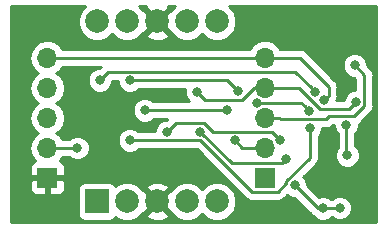
<source format=gbr>
G04 #@! TF.GenerationSoftware,KiCad,Pcbnew,(5.0.2)-1*
G04 #@! TF.CreationDate,2019-05-13T14:34:42-07:00*
G04 #@! TF.ProjectId,7_segment_display,375f7365-676d-4656-9e74-5f646973706c,rev?*
G04 #@! TF.SameCoordinates,Original*
G04 #@! TF.FileFunction,Copper,L1,Top*
G04 #@! TF.FilePolarity,Positive*
%FSLAX46Y46*%
G04 Gerber Fmt 4.6, Leading zero omitted, Abs format (unit mm)*
G04 Created by KiCad (PCBNEW (5.0.2)-1) date 5/13/2019 2:34:42 PM*
%MOMM*%
%LPD*%
G01*
G04 APERTURE LIST*
G04 #@! TA.AperFunction,ComponentPad*
%ADD10O,1.700000X1.700000*%
G04 #@! TD*
G04 #@! TA.AperFunction,ComponentPad*
%ADD11R,1.700000X1.700000*%
G04 #@! TD*
G04 #@! TA.AperFunction,ComponentPad*
%ADD12C,2.000000*%
G04 #@! TD*
G04 #@! TA.AperFunction,ComponentPad*
%ADD13R,2.000000X2.000000*%
G04 #@! TD*
G04 #@! TA.AperFunction,ViaPad*
%ADD14C,0.800000*%
G04 #@! TD*
G04 #@! TA.AperFunction,Conductor*
%ADD15C,0.250000*%
G04 #@! TD*
G04 #@! TA.AperFunction,Conductor*
%ADD16C,0.254000*%
G04 #@! TD*
G04 APERTURE END LIST*
D10*
G04 #@! TO.P,J1,5*
G04 #@! TO.N,/RCLK*
X12065000Y-5080000D03*
G04 #@! TO.P,J1,4*
G04 #@! TO.N,/SRCLK*
X12065000Y-7620000D03*
G04 #@! TO.P,J1,3*
G04 #@! TO.N,/SER_IN*
X12065000Y-10160000D03*
G04 #@! TO.P,J1,2*
G04 #@! TO.N,GND*
X12065000Y-12700000D03*
D11*
G04 #@! TO.P,J1,1*
G04 #@! TO.N,+3V3*
X12065000Y-15240000D03*
G04 #@! TD*
D10*
G04 #@! TO.P,J2,5*
G04 #@! TO.N,/RCLK*
X30480000Y-5080000D03*
G04 #@! TO.P,J2,4*
G04 #@! TO.N,/SRCLK*
X30480000Y-7620000D03*
G04 #@! TO.P,J2,3*
G04 #@! TO.N,/SER_OUT*
X30480000Y-10160000D03*
G04 #@! TO.P,J2,2*
G04 #@! TO.N,GND*
X30480000Y-12700000D03*
D11*
G04 #@! TO.P,J2,1*
G04 #@! TO.N,+3V3*
X30480000Y-15240000D03*
G04 #@! TD*
D12*
G04 #@! TO.P,U2,10*
G04 #@! TO.N,Net-(R9-Pad1)*
X16285001Y-1995001D03*
G04 #@! TO.P,U2,9*
G04 #@! TO.N,Net-(R8-Pad1)*
X18825001Y-1995001D03*
G04 #@! TO.P,U2,8*
G04 #@! TO.N,+3V3*
X21365001Y-1995001D03*
G04 #@! TO.P,U2,7*
G04 #@! TO.N,Net-(R3-Pad1)*
X23905001Y-1995001D03*
G04 #@! TO.P,U2,6*
G04 #@! TO.N,Net-(R4-Pad1)*
X26445001Y-1995001D03*
G04 #@! TO.P,U2,5*
G04 #@! TO.N,Net-(R10-Pad1)*
X26445001Y-17235001D03*
G04 #@! TO.P,U2,4*
G04 #@! TO.N,Net-(R5-Pad1)*
X23905001Y-17235001D03*
G04 #@! TO.P,U2,3*
G04 #@! TO.N,+3V3*
X21365001Y-17235001D03*
G04 #@! TO.P,U2,2*
G04 #@! TO.N,Net-(R6-Pad1)*
X18825001Y-17235001D03*
D13*
G04 #@! TO.P,U2,1*
G04 #@! TO.N,Net-(R7-Pad1)*
X16285001Y-17235001D03*
G04 #@! TD*
D14*
G04 #@! TO.N,+3V3*
X39370000Y-16510000D03*
X30480000Y-17780000D03*
X32385000Y-1905000D03*
G04 #@! TO.N,GND*
X27940000Y-12065000D03*
X33020000Y-15875000D03*
X35379988Y-17822184D03*
X36830000Y-17780000D03*
X27305000Y-9525000D03*
X20320000Y-9525000D03*
X14605000Y-12700000D03*
G04 #@! TO.N,/SRCLK*
X24765000Y-7985013D03*
X38190010Y-8794990D03*
G04 #@! TO.N,/RCLK*
X35469990Y-8680069D03*
G04 #@! TO.N,/SER_OUT*
X38100000Y-5715000D03*
G04 #@! TO.N,/7SEG_A*
X37392239Y-10726468D03*
X37465000Y-13335000D03*
G04 #@! TO.N,/7SEG_C*
X24992154Y-11339990D03*
X32302378Y-13617180D03*
G04 #@! TO.N,/7SEG_D*
X22217859Y-11339990D03*
X31776921Y-12051540D03*
G04 #@! TO.N,/7SEG_E*
X19050000Y-12065000D03*
X34289569Y-11013311D03*
G04 #@! TO.N,/7SEG_F*
X19050000Y-6985000D03*
X29780283Y-8890001D03*
X34254898Y-9563300D03*
X28225846Y-7893154D03*
G04 #@! TO.N,/7SEG_G*
X16510000Y-6985000D03*
X34764589Y-7971245D03*
G04 #@! TD*
D15*
G04 #@! TO.N,GND*
X28575000Y-12700000D02*
X30480000Y-12700000D01*
X27940000Y-12065000D02*
X28575000Y-12700000D01*
X33020000Y-15875000D02*
X34967184Y-17822184D01*
X34967184Y-17822184D02*
X35379988Y-17822184D01*
X35422172Y-17780000D02*
X35379988Y-17822184D01*
X36830000Y-17780000D02*
X35422172Y-17780000D01*
X27305000Y-9525000D02*
X20320000Y-9525000D01*
X12065000Y-12700000D02*
X14605000Y-12700000D01*
G04 #@! TO.N,/SRCLK*
X37579929Y-9405071D02*
X37790011Y-9194989D01*
X35121988Y-9405071D02*
X37579929Y-9405071D01*
X30480000Y-7620000D02*
X33336917Y-7620000D01*
X33336917Y-7620000D02*
X35121988Y-9405071D01*
X37790011Y-9194989D02*
X38190010Y-8794990D01*
X25398143Y-8618156D02*
X25164999Y-8385012D01*
X29572004Y-7620000D02*
X28573848Y-8618156D01*
X28573848Y-8618156D02*
X25398143Y-8618156D01*
X30480000Y-7620000D02*
X29572004Y-7620000D01*
X25164999Y-8385012D02*
X24765000Y-7985013D01*
G04 #@! TO.N,/RCLK*
X12065000Y-5080000D02*
X30480000Y-5080000D01*
X35869989Y-7514708D02*
X35869989Y-8280070D01*
X30480000Y-5080000D02*
X33435281Y-5080000D01*
X33435281Y-5080000D02*
X35869989Y-7514708D01*
X35869989Y-8280070D02*
X35469990Y-8680069D01*
G04 #@! TO.N,/SER_OUT*
X31810382Y-10288301D02*
X31682081Y-10160000D01*
X38915012Y-9142992D02*
X38056536Y-10001468D01*
X38056536Y-10001468D02*
X35915530Y-10001468D01*
X31682081Y-10160000D02*
X30480000Y-10160000D01*
X35915530Y-10001468D02*
X35628697Y-10288301D01*
X38100000Y-5715000D02*
X38915012Y-6530012D01*
X38915012Y-6530012D02*
X38915012Y-9142992D01*
X35628697Y-10288301D02*
X31810382Y-10288301D01*
G04 #@! TO.N,/7SEG_A*
X37392239Y-13262239D02*
X37465000Y-13335000D01*
X37392239Y-10726468D02*
X37392239Y-13262239D01*
G04 #@! TO.N,/7SEG_C*
X31902379Y-14017179D02*
X32302378Y-13617180D01*
X27669343Y-14017179D02*
X31902379Y-14017179D01*
X24992154Y-11339990D02*
X27669343Y-14017179D01*
G04 #@! TO.N,/7SEG_D*
X25340156Y-10614988D02*
X22942861Y-10614988D01*
X22617858Y-10939991D02*
X22217859Y-11339990D01*
X31065371Y-11339990D02*
X26065158Y-11339990D01*
X22942861Y-10614988D02*
X22617858Y-10939991D01*
X26065158Y-11339990D02*
X25340156Y-10614988D01*
X31776921Y-12051540D02*
X31065371Y-11339990D01*
G04 #@! TO.N,/7SEG_E*
X25019998Y-12065000D02*
X29369999Y-16415001D01*
X29369999Y-16415001D02*
X31590001Y-16415001D01*
X34289569Y-13532429D02*
X34289569Y-11578996D01*
X34289569Y-11578996D02*
X34289569Y-11013311D01*
X32294999Y-15526999D02*
X34289569Y-13532429D01*
X31590001Y-16415001D02*
X32294999Y-15710003D01*
X32294999Y-15710003D02*
X32294999Y-15526999D01*
X19050000Y-12065000D02*
X25019998Y-12065000D01*
G04 #@! TO.N,/7SEG_F*
X33581599Y-8890001D02*
X33854899Y-9163301D01*
X29780283Y-8890001D02*
X33581599Y-8890001D01*
X33854899Y-9163301D02*
X34254898Y-9563300D01*
X27317692Y-6985000D02*
X27825847Y-7493155D01*
X27825847Y-7493155D02*
X28225846Y-7893154D01*
X19050000Y-6985000D02*
X27317692Y-6985000D01*
G04 #@! TO.N,/7SEG_G*
X34364590Y-7571246D02*
X34764589Y-7971245D01*
X33053343Y-6259999D02*
X34364590Y-7571246D01*
X17235001Y-6259999D02*
X33053343Y-6259999D01*
X16510000Y-6985000D02*
X17235001Y-6259999D01*
G04 #@! TD*
D16*
G04 #@! TO.N,+3V3*
G36*
X14898915Y-1068848D02*
X14650001Y-1669779D01*
X14650001Y-2320223D01*
X14898915Y-2921154D01*
X15358848Y-3381087D01*
X15959779Y-3630001D01*
X16610223Y-3630001D01*
X17211154Y-3381087D01*
X17555001Y-3037240D01*
X17898848Y-3381087D01*
X18499779Y-3630001D01*
X19150223Y-3630001D01*
X19751154Y-3381087D01*
X19984708Y-3147533D01*
X20392074Y-3147533D01*
X20490737Y-3414388D01*
X21100462Y-3640909D01*
X21750461Y-3616857D01*
X22239265Y-3414388D01*
X22337928Y-3147533D01*
X21365001Y-2174606D01*
X20392074Y-3147533D01*
X19984708Y-3147533D01*
X20177312Y-2954929D01*
X20212469Y-2967928D01*
X21185396Y-1995001D01*
X20212469Y-1022074D01*
X20177312Y-1035073D01*
X19852239Y-710000D01*
X20441051Y-710000D01*
X20392074Y-842469D01*
X21365001Y-1815396D01*
X22337928Y-842469D01*
X22288951Y-710000D01*
X22877763Y-710000D01*
X22552690Y-1035073D01*
X22517533Y-1022074D01*
X21544606Y-1995001D01*
X22517533Y-2967928D01*
X22552690Y-2954929D01*
X22978848Y-3381087D01*
X23579779Y-3630001D01*
X24230223Y-3630001D01*
X24831154Y-3381087D01*
X25175001Y-3037240D01*
X25518848Y-3381087D01*
X26119779Y-3630001D01*
X26770223Y-3630001D01*
X27371154Y-3381087D01*
X27831087Y-2921154D01*
X28080001Y-2320223D01*
X28080001Y-1669779D01*
X27831087Y-1068848D01*
X27472239Y-710000D01*
X39930001Y-710000D01*
X39930000Y-18975000D01*
X8965000Y-18975000D01*
X8965000Y-15525750D01*
X10580000Y-15525750D01*
X10580000Y-16216310D01*
X10676673Y-16449699D01*
X10855302Y-16628327D01*
X11088691Y-16725000D01*
X11779250Y-16725000D01*
X11938000Y-16566250D01*
X11938000Y-15367000D01*
X12192000Y-15367000D01*
X12192000Y-16566250D01*
X12350750Y-16725000D01*
X13041309Y-16725000D01*
X13274698Y-16628327D01*
X13453327Y-16449699D01*
X13542257Y-16235001D01*
X14637561Y-16235001D01*
X14637561Y-18235001D01*
X14686844Y-18482766D01*
X14827192Y-18692810D01*
X15037236Y-18833158D01*
X15285001Y-18882441D01*
X17285001Y-18882441D01*
X17532766Y-18833158D01*
X17742810Y-18692810D01*
X17834039Y-18556278D01*
X17898848Y-18621087D01*
X18499779Y-18870001D01*
X19150223Y-18870001D01*
X19751154Y-18621087D01*
X19984708Y-18387533D01*
X20392074Y-18387533D01*
X20490737Y-18654388D01*
X21100462Y-18880909D01*
X21750461Y-18856857D01*
X22239265Y-18654388D01*
X22337928Y-18387533D01*
X21365001Y-17414606D01*
X20392074Y-18387533D01*
X19984708Y-18387533D01*
X20177312Y-18194929D01*
X20212469Y-18207928D01*
X21185396Y-17235001D01*
X21544606Y-17235001D01*
X22517533Y-18207928D01*
X22552690Y-18194929D01*
X22978848Y-18621087D01*
X23579779Y-18870001D01*
X24230223Y-18870001D01*
X24831154Y-18621087D01*
X25175001Y-18277240D01*
X25518848Y-18621087D01*
X26119779Y-18870001D01*
X26770223Y-18870001D01*
X27371154Y-18621087D01*
X27831087Y-18161154D01*
X28080001Y-17560223D01*
X28080001Y-16909779D01*
X27831087Y-16308848D01*
X27371154Y-15848915D01*
X26770223Y-15600001D01*
X26119779Y-15600001D01*
X25518848Y-15848915D01*
X25175001Y-16192762D01*
X24831154Y-15848915D01*
X24230223Y-15600001D01*
X23579779Y-15600001D01*
X22978848Y-15848915D01*
X22552690Y-16275073D01*
X22517533Y-16262074D01*
X21544606Y-17235001D01*
X21185396Y-17235001D01*
X20212469Y-16262074D01*
X20177312Y-16275073D01*
X19984708Y-16082469D01*
X20392074Y-16082469D01*
X21365001Y-17055396D01*
X22337928Y-16082469D01*
X22239265Y-15815614D01*
X21629540Y-15589093D01*
X20979541Y-15613145D01*
X20490737Y-15815614D01*
X20392074Y-16082469D01*
X19984708Y-16082469D01*
X19751154Y-15848915D01*
X19150223Y-15600001D01*
X18499779Y-15600001D01*
X17898848Y-15848915D01*
X17834039Y-15913724D01*
X17742810Y-15777192D01*
X17532766Y-15636844D01*
X17285001Y-15587561D01*
X15285001Y-15587561D01*
X15037236Y-15636844D01*
X14827192Y-15777192D01*
X14686844Y-15987236D01*
X14637561Y-16235001D01*
X13542257Y-16235001D01*
X13550000Y-16216310D01*
X13550000Y-15525750D01*
X13391250Y-15367000D01*
X12192000Y-15367000D01*
X11938000Y-15367000D01*
X10738750Y-15367000D01*
X10580000Y-15525750D01*
X8965000Y-15525750D01*
X8965000Y-5080000D01*
X10550908Y-5080000D01*
X10666161Y-5659418D01*
X10994375Y-6150625D01*
X11292761Y-6350000D01*
X10994375Y-6549375D01*
X10666161Y-7040582D01*
X10550908Y-7620000D01*
X10666161Y-8199418D01*
X10994375Y-8690625D01*
X11292761Y-8890000D01*
X10994375Y-9089375D01*
X10666161Y-9580582D01*
X10550908Y-10160000D01*
X10666161Y-10739418D01*
X10994375Y-11230625D01*
X11292761Y-11430000D01*
X10994375Y-11629375D01*
X10666161Y-12120582D01*
X10550908Y-12700000D01*
X10666161Y-13279418D01*
X10994375Y-13770625D01*
X11016033Y-13785096D01*
X10855302Y-13851673D01*
X10676673Y-14030301D01*
X10580000Y-14263690D01*
X10580000Y-14954250D01*
X10738750Y-15113000D01*
X11938000Y-15113000D01*
X11938000Y-15093000D01*
X12192000Y-15093000D01*
X12192000Y-15113000D01*
X13391250Y-15113000D01*
X13550000Y-14954250D01*
X13550000Y-14263690D01*
X13453327Y-14030301D01*
X13274698Y-13851673D01*
X13113967Y-13785096D01*
X13135625Y-13770625D01*
X13343178Y-13460000D01*
X13901289Y-13460000D01*
X14018720Y-13577431D01*
X14399126Y-13735000D01*
X14810874Y-13735000D01*
X15191280Y-13577431D01*
X15482431Y-13286280D01*
X15640000Y-12905874D01*
X15640000Y-12494126D01*
X15482431Y-12113720D01*
X15191280Y-11822569D01*
X14810874Y-11665000D01*
X14399126Y-11665000D01*
X14018720Y-11822569D01*
X13901289Y-11940000D01*
X13343178Y-11940000D01*
X13135625Y-11629375D01*
X12837239Y-11430000D01*
X13135625Y-11230625D01*
X13463839Y-10739418D01*
X13579092Y-10160000D01*
X13463839Y-9580582D01*
X13135625Y-9089375D01*
X12837239Y-8890000D01*
X13135625Y-8690625D01*
X13463839Y-8199418D01*
X13579092Y-7620000D01*
X13463839Y-7040582D01*
X13135625Y-6549375D01*
X12837239Y-6350000D01*
X13135625Y-6150625D01*
X13343178Y-5840000D01*
X16580198Y-5840000D01*
X16470198Y-5950000D01*
X16304126Y-5950000D01*
X15923720Y-6107569D01*
X15632569Y-6398720D01*
X15475000Y-6779126D01*
X15475000Y-7190874D01*
X15632569Y-7571280D01*
X15923720Y-7862431D01*
X16304126Y-8020000D01*
X16715874Y-8020000D01*
X17096280Y-7862431D01*
X17387431Y-7571280D01*
X17545000Y-7190874D01*
X17545000Y-7024802D01*
X17549803Y-7019999D01*
X18015000Y-7019999D01*
X18015000Y-7190874D01*
X18172569Y-7571280D01*
X18463720Y-7862431D01*
X18844126Y-8020000D01*
X19255874Y-8020000D01*
X19636280Y-7862431D01*
X19753711Y-7745000D01*
X23744141Y-7745000D01*
X23730000Y-7779139D01*
X23730000Y-8190887D01*
X23887569Y-8571293D01*
X24081276Y-8765000D01*
X21023711Y-8765000D01*
X20906280Y-8647569D01*
X20525874Y-8490000D01*
X20114126Y-8490000D01*
X19733720Y-8647569D01*
X19442569Y-8938720D01*
X19285000Y-9319126D01*
X19285000Y-9730874D01*
X19442569Y-10111280D01*
X19733720Y-10402431D01*
X20114126Y-10560000D01*
X20525874Y-10560000D01*
X20906280Y-10402431D01*
X21023711Y-10285000D01*
X22198048Y-10285000D01*
X22178058Y-10304990D01*
X22011985Y-10304990D01*
X21631579Y-10462559D01*
X21340428Y-10753710D01*
X21182859Y-11134116D01*
X21182859Y-11305000D01*
X19753711Y-11305000D01*
X19636280Y-11187569D01*
X19255874Y-11030000D01*
X18844126Y-11030000D01*
X18463720Y-11187569D01*
X18172569Y-11478720D01*
X18015000Y-11859126D01*
X18015000Y-12270874D01*
X18172569Y-12651280D01*
X18463720Y-12942431D01*
X18844126Y-13100000D01*
X19255874Y-13100000D01*
X19636280Y-12942431D01*
X19753711Y-12825000D01*
X24705197Y-12825000D01*
X28779672Y-16899477D01*
X28822070Y-16962930D01*
X28885523Y-17005328D01*
X28885525Y-17005330D01*
X28960455Y-17055396D01*
X29073462Y-17130905D01*
X29295147Y-17175001D01*
X29295151Y-17175001D01*
X29369998Y-17189889D01*
X29444845Y-17175001D01*
X31515154Y-17175001D01*
X31590001Y-17189889D01*
X31664848Y-17175001D01*
X31664853Y-17175001D01*
X31886538Y-17130905D01*
X32137930Y-16962930D01*
X32180332Y-16899471D01*
X32380546Y-16699257D01*
X32433720Y-16752431D01*
X32814126Y-16910000D01*
X32980199Y-16910000D01*
X34376855Y-18306657D01*
X34419255Y-18370113D01*
X34554723Y-18460630D01*
X34793708Y-18699615D01*
X35174114Y-18857184D01*
X35585862Y-18857184D01*
X35966268Y-18699615D01*
X36125883Y-18540000D01*
X36126289Y-18540000D01*
X36243720Y-18657431D01*
X36624126Y-18815000D01*
X37035874Y-18815000D01*
X37416280Y-18657431D01*
X37707431Y-18366280D01*
X37865000Y-17985874D01*
X37865000Y-17574126D01*
X37707431Y-17193720D01*
X37416280Y-16902569D01*
X37035874Y-16745000D01*
X36624126Y-16745000D01*
X36243720Y-16902569D01*
X36126289Y-17020000D01*
X36041515Y-17020000D01*
X35966268Y-16944753D01*
X35585862Y-16787184D01*
X35174114Y-16787184D01*
X35055936Y-16836135D01*
X34055000Y-15835199D01*
X34055000Y-15669126D01*
X33897431Y-15288720D01*
X33752755Y-15144044D01*
X34774042Y-14122758D01*
X34837498Y-14080358D01*
X35005473Y-13828966D01*
X35049569Y-13607281D01*
X35049569Y-13607276D01*
X35064457Y-13532429D01*
X35049569Y-13457582D01*
X35049569Y-11717022D01*
X35167000Y-11599591D01*
X35324569Y-11219185D01*
X35324569Y-11048301D01*
X35553850Y-11048301D01*
X35628697Y-11063189D01*
X35703544Y-11048301D01*
X35703549Y-11048301D01*
X35925234Y-11004205D01*
X36176626Y-10836230D01*
X36219028Y-10772771D01*
X36230331Y-10761468D01*
X36357239Y-10761468D01*
X36357239Y-10932342D01*
X36514808Y-11312748D01*
X36632239Y-11430179D01*
X36632240Y-12704049D01*
X36587569Y-12748720D01*
X36430000Y-13129126D01*
X36430000Y-13540874D01*
X36587569Y-13921280D01*
X36878720Y-14212431D01*
X37259126Y-14370000D01*
X37670874Y-14370000D01*
X38051280Y-14212431D01*
X38342431Y-13921280D01*
X38500000Y-13540874D01*
X38500000Y-13129126D01*
X38342431Y-12748720D01*
X38152239Y-12558528D01*
X38152239Y-11430179D01*
X38269670Y-11312748D01*
X38427239Y-10932342D01*
X38427239Y-10667816D01*
X38604465Y-10549397D01*
X38646867Y-10485939D01*
X39399487Y-9733319D01*
X39462941Y-9690921D01*
X39505339Y-9627468D01*
X39505341Y-9627466D01*
X39621555Y-9453539D01*
X39630916Y-9439529D01*
X39675012Y-9217844D01*
X39675012Y-9217840D01*
X39689900Y-9142993D01*
X39675012Y-9068146D01*
X39675012Y-6604858D01*
X39689900Y-6530011D01*
X39675012Y-6455164D01*
X39675012Y-6455160D01*
X39630916Y-6233475D01*
X39462941Y-5982083D01*
X39399485Y-5939683D01*
X39135000Y-5675198D01*
X39135000Y-5509126D01*
X38977431Y-5128720D01*
X38686280Y-4837569D01*
X38305874Y-4680000D01*
X37894126Y-4680000D01*
X37513720Y-4837569D01*
X37222569Y-5128720D01*
X37065000Y-5509126D01*
X37065000Y-5920874D01*
X37222569Y-6301280D01*
X37513720Y-6592431D01*
X37894126Y-6750000D01*
X38060198Y-6750000D01*
X38155012Y-6844814D01*
X38155012Y-7759990D01*
X37984136Y-7759990D01*
X37603730Y-7917559D01*
X37312579Y-8208710D01*
X37155010Y-8589116D01*
X37155010Y-8645071D01*
X36540147Y-8645071D01*
X36585893Y-8576607D01*
X36629989Y-8354922D01*
X36629989Y-8354918D01*
X36644877Y-8280071D01*
X36629989Y-8205224D01*
X36629989Y-7589554D01*
X36644877Y-7514707D01*
X36629989Y-7439860D01*
X36629989Y-7439856D01*
X36585893Y-7218171D01*
X36417918Y-6966779D01*
X36354462Y-6924379D01*
X34025612Y-4595530D01*
X33983210Y-4532071D01*
X33731818Y-4364096D01*
X33510133Y-4320000D01*
X33510128Y-4320000D01*
X33435281Y-4305112D01*
X33360434Y-4320000D01*
X31758178Y-4320000D01*
X31550625Y-4009375D01*
X31059418Y-3681161D01*
X30626256Y-3595000D01*
X30333744Y-3595000D01*
X29900582Y-3681161D01*
X29409375Y-4009375D01*
X29201822Y-4320000D01*
X13343178Y-4320000D01*
X13135625Y-4009375D01*
X12644418Y-3681161D01*
X12211256Y-3595000D01*
X11918744Y-3595000D01*
X11485582Y-3681161D01*
X10994375Y-4009375D01*
X10666161Y-4500582D01*
X10550908Y-5080000D01*
X8965000Y-5080000D01*
X8965000Y-710000D01*
X15257763Y-710000D01*
X14898915Y-1068848D01*
X14898915Y-1068848D01*
G37*
X14898915Y-1068848D02*
X14650001Y-1669779D01*
X14650001Y-2320223D01*
X14898915Y-2921154D01*
X15358848Y-3381087D01*
X15959779Y-3630001D01*
X16610223Y-3630001D01*
X17211154Y-3381087D01*
X17555001Y-3037240D01*
X17898848Y-3381087D01*
X18499779Y-3630001D01*
X19150223Y-3630001D01*
X19751154Y-3381087D01*
X19984708Y-3147533D01*
X20392074Y-3147533D01*
X20490737Y-3414388D01*
X21100462Y-3640909D01*
X21750461Y-3616857D01*
X22239265Y-3414388D01*
X22337928Y-3147533D01*
X21365001Y-2174606D01*
X20392074Y-3147533D01*
X19984708Y-3147533D01*
X20177312Y-2954929D01*
X20212469Y-2967928D01*
X21185396Y-1995001D01*
X20212469Y-1022074D01*
X20177312Y-1035073D01*
X19852239Y-710000D01*
X20441051Y-710000D01*
X20392074Y-842469D01*
X21365001Y-1815396D01*
X22337928Y-842469D01*
X22288951Y-710000D01*
X22877763Y-710000D01*
X22552690Y-1035073D01*
X22517533Y-1022074D01*
X21544606Y-1995001D01*
X22517533Y-2967928D01*
X22552690Y-2954929D01*
X22978848Y-3381087D01*
X23579779Y-3630001D01*
X24230223Y-3630001D01*
X24831154Y-3381087D01*
X25175001Y-3037240D01*
X25518848Y-3381087D01*
X26119779Y-3630001D01*
X26770223Y-3630001D01*
X27371154Y-3381087D01*
X27831087Y-2921154D01*
X28080001Y-2320223D01*
X28080001Y-1669779D01*
X27831087Y-1068848D01*
X27472239Y-710000D01*
X39930001Y-710000D01*
X39930000Y-18975000D01*
X8965000Y-18975000D01*
X8965000Y-15525750D01*
X10580000Y-15525750D01*
X10580000Y-16216310D01*
X10676673Y-16449699D01*
X10855302Y-16628327D01*
X11088691Y-16725000D01*
X11779250Y-16725000D01*
X11938000Y-16566250D01*
X11938000Y-15367000D01*
X12192000Y-15367000D01*
X12192000Y-16566250D01*
X12350750Y-16725000D01*
X13041309Y-16725000D01*
X13274698Y-16628327D01*
X13453327Y-16449699D01*
X13542257Y-16235001D01*
X14637561Y-16235001D01*
X14637561Y-18235001D01*
X14686844Y-18482766D01*
X14827192Y-18692810D01*
X15037236Y-18833158D01*
X15285001Y-18882441D01*
X17285001Y-18882441D01*
X17532766Y-18833158D01*
X17742810Y-18692810D01*
X17834039Y-18556278D01*
X17898848Y-18621087D01*
X18499779Y-18870001D01*
X19150223Y-18870001D01*
X19751154Y-18621087D01*
X19984708Y-18387533D01*
X20392074Y-18387533D01*
X20490737Y-18654388D01*
X21100462Y-18880909D01*
X21750461Y-18856857D01*
X22239265Y-18654388D01*
X22337928Y-18387533D01*
X21365001Y-17414606D01*
X20392074Y-18387533D01*
X19984708Y-18387533D01*
X20177312Y-18194929D01*
X20212469Y-18207928D01*
X21185396Y-17235001D01*
X21544606Y-17235001D01*
X22517533Y-18207928D01*
X22552690Y-18194929D01*
X22978848Y-18621087D01*
X23579779Y-18870001D01*
X24230223Y-18870001D01*
X24831154Y-18621087D01*
X25175001Y-18277240D01*
X25518848Y-18621087D01*
X26119779Y-18870001D01*
X26770223Y-18870001D01*
X27371154Y-18621087D01*
X27831087Y-18161154D01*
X28080001Y-17560223D01*
X28080001Y-16909779D01*
X27831087Y-16308848D01*
X27371154Y-15848915D01*
X26770223Y-15600001D01*
X26119779Y-15600001D01*
X25518848Y-15848915D01*
X25175001Y-16192762D01*
X24831154Y-15848915D01*
X24230223Y-15600001D01*
X23579779Y-15600001D01*
X22978848Y-15848915D01*
X22552690Y-16275073D01*
X22517533Y-16262074D01*
X21544606Y-17235001D01*
X21185396Y-17235001D01*
X20212469Y-16262074D01*
X20177312Y-16275073D01*
X19984708Y-16082469D01*
X20392074Y-16082469D01*
X21365001Y-17055396D01*
X22337928Y-16082469D01*
X22239265Y-15815614D01*
X21629540Y-15589093D01*
X20979541Y-15613145D01*
X20490737Y-15815614D01*
X20392074Y-16082469D01*
X19984708Y-16082469D01*
X19751154Y-15848915D01*
X19150223Y-15600001D01*
X18499779Y-15600001D01*
X17898848Y-15848915D01*
X17834039Y-15913724D01*
X17742810Y-15777192D01*
X17532766Y-15636844D01*
X17285001Y-15587561D01*
X15285001Y-15587561D01*
X15037236Y-15636844D01*
X14827192Y-15777192D01*
X14686844Y-15987236D01*
X14637561Y-16235001D01*
X13542257Y-16235001D01*
X13550000Y-16216310D01*
X13550000Y-15525750D01*
X13391250Y-15367000D01*
X12192000Y-15367000D01*
X11938000Y-15367000D01*
X10738750Y-15367000D01*
X10580000Y-15525750D01*
X8965000Y-15525750D01*
X8965000Y-5080000D01*
X10550908Y-5080000D01*
X10666161Y-5659418D01*
X10994375Y-6150625D01*
X11292761Y-6350000D01*
X10994375Y-6549375D01*
X10666161Y-7040582D01*
X10550908Y-7620000D01*
X10666161Y-8199418D01*
X10994375Y-8690625D01*
X11292761Y-8890000D01*
X10994375Y-9089375D01*
X10666161Y-9580582D01*
X10550908Y-10160000D01*
X10666161Y-10739418D01*
X10994375Y-11230625D01*
X11292761Y-11430000D01*
X10994375Y-11629375D01*
X10666161Y-12120582D01*
X10550908Y-12700000D01*
X10666161Y-13279418D01*
X10994375Y-13770625D01*
X11016033Y-13785096D01*
X10855302Y-13851673D01*
X10676673Y-14030301D01*
X10580000Y-14263690D01*
X10580000Y-14954250D01*
X10738750Y-15113000D01*
X11938000Y-15113000D01*
X11938000Y-15093000D01*
X12192000Y-15093000D01*
X12192000Y-15113000D01*
X13391250Y-15113000D01*
X13550000Y-14954250D01*
X13550000Y-14263690D01*
X13453327Y-14030301D01*
X13274698Y-13851673D01*
X13113967Y-13785096D01*
X13135625Y-13770625D01*
X13343178Y-13460000D01*
X13901289Y-13460000D01*
X14018720Y-13577431D01*
X14399126Y-13735000D01*
X14810874Y-13735000D01*
X15191280Y-13577431D01*
X15482431Y-13286280D01*
X15640000Y-12905874D01*
X15640000Y-12494126D01*
X15482431Y-12113720D01*
X15191280Y-11822569D01*
X14810874Y-11665000D01*
X14399126Y-11665000D01*
X14018720Y-11822569D01*
X13901289Y-11940000D01*
X13343178Y-11940000D01*
X13135625Y-11629375D01*
X12837239Y-11430000D01*
X13135625Y-11230625D01*
X13463839Y-10739418D01*
X13579092Y-10160000D01*
X13463839Y-9580582D01*
X13135625Y-9089375D01*
X12837239Y-8890000D01*
X13135625Y-8690625D01*
X13463839Y-8199418D01*
X13579092Y-7620000D01*
X13463839Y-7040582D01*
X13135625Y-6549375D01*
X12837239Y-6350000D01*
X13135625Y-6150625D01*
X13343178Y-5840000D01*
X16580198Y-5840000D01*
X16470198Y-5950000D01*
X16304126Y-5950000D01*
X15923720Y-6107569D01*
X15632569Y-6398720D01*
X15475000Y-6779126D01*
X15475000Y-7190874D01*
X15632569Y-7571280D01*
X15923720Y-7862431D01*
X16304126Y-8020000D01*
X16715874Y-8020000D01*
X17096280Y-7862431D01*
X17387431Y-7571280D01*
X17545000Y-7190874D01*
X17545000Y-7024802D01*
X17549803Y-7019999D01*
X18015000Y-7019999D01*
X18015000Y-7190874D01*
X18172569Y-7571280D01*
X18463720Y-7862431D01*
X18844126Y-8020000D01*
X19255874Y-8020000D01*
X19636280Y-7862431D01*
X19753711Y-7745000D01*
X23744141Y-7745000D01*
X23730000Y-7779139D01*
X23730000Y-8190887D01*
X23887569Y-8571293D01*
X24081276Y-8765000D01*
X21023711Y-8765000D01*
X20906280Y-8647569D01*
X20525874Y-8490000D01*
X20114126Y-8490000D01*
X19733720Y-8647569D01*
X19442569Y-8938720D01*
X19285000Y-9319126D01*
X19285000Y-9730874D01*
X19442569Y-10111280D01*
X19733720Y-10402431D01*
X20114126Y-10560000D01*
X20525874Y-10560000D01*
X20906280Y-10402431D01*
X21023711Y-10285000D01*
X22198048Y-10285000D01*
X22178058Y-10304990D01*
X22011985Y-10304990D01*
X21631579Y-10462559D01*
X21340428Y-10753710D01*
X21182859Y-11134116D01*
X21182859Y-11305000D01*
X19753711Y-11305000D01*
X19636280Y-11187569D01*
X19255874Y-11030000D01*
X18844126Y-11030000D01*
X18463720Y-11187569D01*
X18172569Y-11478720D01*
X18015000Y-11859126D01*
X18015000Y-12270874D01*
X18172569Y-12651280D01*
X18463720Y-12942431D01*
X18844126Y-13100000D01*
X19255874Y-13100000D01*
X19636280Y-12942431D01*
X19753711Y-12825000D01*
X24705197Y-12825000D01*
X28779672Y-16899477D01*
X28822070Y-16962930D01*
X28885523Y-17005328D01*
X28885525Y-17005330D01*
X28960455Y-17055396D01*
X29073462Y-17130905D01*
X29295147Y-17175001D01*
X29295151Y-17175001D01*
X29369998Y-17189889D01*
X29444845Y-17175001D01*
X31515154Y-17175001D01*
X31590001Y-17189889D01*
X31664848Y-17175001D01*
X31664853Y-17175001D01*
X31886538Y-17130905D01*
X32137930Y-16962930D01*
X32180332Y-16899471D01*
X32380546Y-16699257D01*
X32433720Y-16752431D01*
X32814126Y-16910000D01*
X32980199Y-16910000D01*
X34376855Y-18306657D01*
X34419255Y-18370113D01*
X34554723Y-18460630D01*
X34793708Y-18699615D01*
X35174114Y-18857184D01*
X35585862Y-18857184D01*
X35966268Y-18699615D01*
X36125883Y-18540000D01*
X36126289Y-18540000D01*
X36243720Y-18657431D01*
X36624126Y-18815000D01*
X37035874Y-18815000D01*
X37416280Y-18657431D01*
X37707431Y-18366280D01*
X37865000Y-17985874D01*
X37865000Y-17574126D01*
X37707431Y-17193720D01*
X37416280Y-16902569D01*
X37035874Y-16745000D01*
X36624126Y-16745000D01*
X36243720Y-16902569D01*
X36126289Y-17020000D01*
X36041515Y-17020000D01*
X35966268Y-16944753D01*
X35585862Y-16787184D01*
X35174114Y-16787184D01*
X35055936Y-16836135D01*
X34055000Y-15835199D01*
X34055000Y-15669126D01*
X33897431Y-15288720D01*
X33752755Y-15144044D01*
X34774042Y-14122758D01*
X34837498Y-14080358D01*
X35005473Y-13828966D01*
X35049569Y-13607281D01*
X35049569Y-13607276D01*
X35064457Y-13532429D01*
X35049569Y-13457582D01*
X35049569Y-11717022D01*
X35167000Y-11599591D01*
X35324569Y-11219185D01*
X35324569Y-11048301D01*
X35553850Y-11048301D01*
X35628697Y-11063189D01*
X35703544Y-11048301D01*
X35703549Y-11048301D01*
X35925234Y-11004205D01*
X36176626Y-10836230D01*
X36219028Y-10772771D01*
X36230331Y-10761468D01*
X36357239Y-10761468D01*
X36357239Y-10932342D01*
X36514808Y-11312748D01*
X36632239Y-11430179D01*
X36632240Y-12704049D01*
X36587569Y-12748720D01*
X36430000Y-13129126D01*
X36430000Y-13540874D01*
X36587569Y-13921280D01*
X36878720Y-14212431D01*
X37259126Y-14370000D01*
X37670874Y-14370000D01*
X38051280Y-14212431D01*
X38342431Y-13921280D01*
X38500000Y-13540874D01*
X38500000Y-13129126D01*
X38342431Y-12748720D01*
X38152239Y-12558528D01*
X38152239Y-11430179D01*
X38269670Y-11312748D01*
X38427239Y-10932342D01*
X38427239Y-10667816D01*
X38604465Y-10549397D01*
X38646867Y-10485939D01*
X39399487Y-9733319D01*
X39462941Y-9690921D01*
X39505339Y-9627468D01*
X39505341Y-9627466D01*
X39621555Y-9453539D01*
X39630916Y-9439529D01*
X39675012Y-9217844D01*
X39675012Y-9217840D01*
X39689900Y-9142993D01*
X39675012Y-9068146D01*
X39675012Y-6604858D01*
X39689900Y-6530011D01*
X39675012Y-6455164D01*
X39675012Y-6455160D01*
X39630916Y-6233475D01*
X39462941Y-5982083D01*
X39399485Y-5939683D01*
X39135000Y-5675198D01*
X39135000Y-5509126D01*
X38977431Y-5128720D01*
X38686280Y-4837569D01*
X38305874Y-4680000D01*
X37894126Y-4680000D01*
X37513720Y-4837569D01*
X37222569Y-5128720D01*
X37065000Y-5509126D01*
X37065000Y-5920874D01*
X37222569Y-6301280D01*
X37513720Y-6592431D01*
X37894126Y-6750000D01*
X38060198Y-6750000D01*
X38155012Y-6844814D01*
X38155012Y-7759990D01*
X37984136Y-7759990D01*
X37603730Y-7917559D01*
X37312579Y-8208710D01*
X37155010Y-8589116D01*
X37155010Y-8645071D01*
X36540147Y-8645071D01*
X36585893Y-8576607D01*
X36629989Y-8354922D01*
X36629989Y-8354918D01*
X36644877Y-8280071D01*
X36629989Y-8205224D01*
X36629989Y-7589554D01*
X36644877Y-7514707D01*
X36629989Y-7439860D01*
X36629989Y-7439856D01*
X36585893Y-7218171D01*
X36417918Y-6966779D01*
X36354462Y-6924379D01*
X34025612Y-4595530D01*
X33983210Y-4532071D01*
X33731818Y-4364096D01*
X33510133Y-4320000D01*
X33510128Y-4320000D01*
X33435281Y-4305112D01*
X33360434Y-4320000D01*
X31758178Y-4320000D01*
X31550625Y-4009375D01*
X31059418Y-3681161D01*
X30626256Y-3595000D01*
X30333744Y-3595000D01*
X29900582Y-3681161D01*
X29409375Y-4009375D01*
X29201822Y-4320000D01*
X13343178Y-4320000D01*
X13135625Y-4009375D01*
X12644418Y-3681161D01*
X12211256Y-3595000D01*
X11918744Y-3595000D01*
X11485582Y-3681161D01*
X10994375Y-4009375D01*
X10666161Y-4500582D01*
X10550908Y-5080000D01*
X8965000Y-5080000D01*
X8965000Y-710000D01*
X15257763Y-710000D01*
X14898915Y-1068848D01*
G36*
X30607000Y-15113000D02*
X30627000Y-15113000D01*
X30627000Y-15367000D01*
X30607000Y-15367000D01*
X30607000Y-15387000D01*
X30353000Y-15387000D01*
X30353000Y-15367000D01*
X30333000Y-15367000D01*
X30333000Y-15113000D01*
X30353000Y-15113000D01*
X30353000Y-15093000D01*
X30607000Y-15093000D01*
X30607000Y-15113000D01*
X30607000Y-15113000D01*
G37*
X30607000Y-15113000D02*
X30627000Y-15113000D01*
X30627000Y-15367000D01*
X30607000Y-15367000D01*
X30607000Y-15387000D01*
X30353000Y-15387000D01*
X30353000Y-15367000D01*
X30333000Y-15367000D01*
X30333000Y-15113000D01*
X30353000Y-15113000D01*
X30353000Y-15093000D01*
X30607000Y-15093000D01*
X30607000Y-15113000D01*
G04 #@! TD*
M02*

</source>
